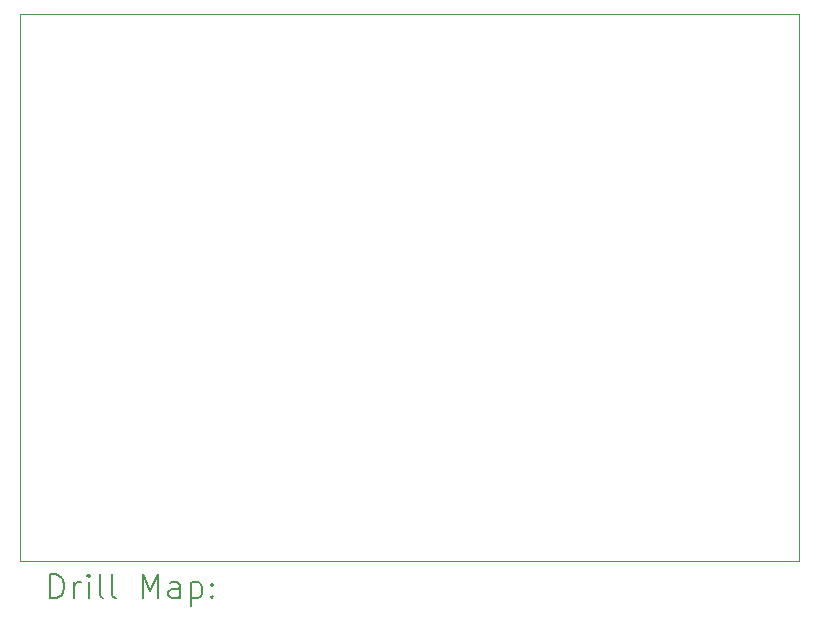
<source format=gbr>
%TF.GenerationSoftware,KiCad,Pcbnew,8.0.4*%
%TF.CreationDate,2024-08-29T12:49:35+07:00*%
%TF.ProjectId,ESP32,45535033-322e-46b6-9963-61645f706362,rev?*%
%TF.SameCoordinates,Original*%
%TF.FileFunction,Drillmap*%
%TF.FilePolarity,Positive*%
%FSLAX45Y45*%
G04 Gerber Fmt 4.5, Leading zero omitted, Abs format (unit mm)*
G04 Created by KiCad (PCBNEW 8.0.4) date 2024-08-29 12:49:35*
%MOMM*%
%LPD*%
G01*
G04 APERTURE LIST*
%ADD10C,0.050000*%
%ADD11C,0.200000*%
G04 APERTURE END LIST*
D10*
X3430000Y-6161250D02*
X10025000Y-6161250D01*
X10025000Y-10788750D01*
X3430000Y-10788750D01*
X3430000Y-6161250D01*
D11*
X3688277Y-11102734D02*
X3688277Y-10902734D01*
X3688277Y-10902734D02*
X3735896Y-10902734D01*
X3735896Y-10902734D02*
X3764467Y-10912258D01*
X3764467Y-10912258D02*
X3783515Y-10931305D01*
X3783515Y-10931305D02*
X3793039Y-10950353D01*
X3793039Y-10950353D02*
X3802562Y-10988448D01*
X3802562Y-10988448D02*
X3802562Y-11017020D01*
X3802562Y-11017020D02*
X3793039Y-11055115D01*
X3793039Y-11055115D02*
X3783515Y-11074162D01*
X3783515Y-11074162D02*
X3764467Y-11093210D01*
X3764467Y-11093210D02*
X3735896Y-11102734D01*
X3735896Y-11102734D02*
X3688277Y-11102734D01*
X3888277Y-11102734D02*
X3888277Y-10969400D01*
X3888277Y-11007496D02*
X3897801Y-10988448D01*
X3897801Y-10988448D02*
X3907324Y-10978924D01*
X3907324Y-10978924D02*
X3926372Y-10969400D01*
X3926372Y-10969400D02*
X3945420Y-10969400D01*
X4012086Y-11102734D02*
X4012086Y-10969400D01*
X4012086Y-10902734D02*
X4002562Y-10912258D01*
X4002562Y-10912258D02*
X4012086Y-10921781D01*
X4012086Y-10921781D02*
X4021610Y-10912258D01*
X4021610Y-10912258D02*
X4012086Y-10902734D01*
X4012086Y-10902734D02*
X4012086Y-10921781D01*
X4135896Y-11102734D02*
X4116848Y-11093210D01*
X4116848Y-11093210D02*
X4107324Y-11074162D01*
X4107324Y-11074162D02*
X4107324Y-10902734D01*
X4240658Y-11102734D02*
X4221610Y-11093210D01*
X4221610Y-11093210D02*
X4212086Y-11074162D01*
X4212086Y-11074162D02*
X4212086Y-10902734D01*
X4469229Y-11102734D02*
X4469229Y-10902734D01*
X4469229Y-10902734D02*
X4535896Y-11045591D01*
X4535896Y-11045591D02*
X4602563Y-10902734D01*
X4602563Y-10902734D02*
X4602563Y-11102734D01*
X4783515Y-11102734D02*
X4783515Y-10997972D01*
X4783515Y-10997972D02*
X4773991Y-10978924D01*
X4773991Y-10978924D02*
X4754944Y-10969400D01*
X4754944Y-10969400D02*
X4716848Y-10969400D01*
X4716848Y-10969400D02*
X4697801Y-10978924D01*
X4783515Y-11093210D02*
X4764467Y-11102734D01*
X4764467Y-11102734D02*
X4716848Y-11102734D01*
X4716848Y-11102734D02*
X4697801Y-11093210D01*
X4697801Y-11093210D02*
X4688277Y-11074162D01*
X4688277Y-11074162D02*
X4688277Y-11055115D01*
X4688277Y-11055115D02*
X4697801Y-11036067D01*
X4697801Y-11036067D02*
X4716848Y-11026543D01*
X4716848Y-11026543D02*
X4764467Y-11026543D01*
X4764467Y-11026543D02*
X4783515Y-11017020D01*
X4878753Y-10969400D02*
X4878753Y-11169400D01*
X4878753Y-10978924D02*
X4897801Y-10969400D01*
X4897801Y-10969400D02*
X4935896Y-10969400D01*
X4935896Y-10969400D02*
X4954944Y-10978924D01*
X4954944Y-10978924D02*
X4964467Y-10988448D01*
X4964467Y-10988448D02*
X4973991Y-11007496D01*
X4973991Y-11007496D02*
X4973991Y-11064639D01*
X4973991Y-11064639D02*
X4964467Y-11083686D01*
X4964467Y-11083686D02*
X4954944Y-11093210D01*
X4954944Y-11093210D02*
X4935896Y-11102734D01*
X4935896Y-11102734D02*
X4897801Y-11102734D01*
X4897801Y-11102734D02*
X4878753Y-11093210D01*
X5059705Y-11083686D02*
X5069229Y-11093210D01*
X5069229Y-11093210D02*
X5059705Y-11102734D01*
X5059705Y-11102734D02*
X5050182Y-11093210D01*
X5050182Y-11093210D02*
X5059705Y-11083686D01*
X5059705Y-11083686D02*
X5059705Y-11102734D01*
X5059705Y-10978924D02*
X5069229Y-10988448D01*
X5069229Y-10988448D02*
X5059705Y-10997972D01*
X5059705Y-10997972D02*
X5050182Y-10988448D01*
X5050182Y-10988448D02*
X5059705Y-10978924D01*
X5059705Y-10978924D02*
X5059705Y-10997972D01*
M02*

</source>
